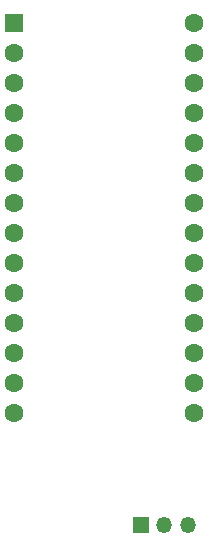
<source format=gbr>
%TF.GenerationSoftware,KiCad,Pcbnew,(6.0.2-0)*%
%TF.CreationDate,2022-03-30T15:17:53-04:00*%
%TF.ProjectId,dream_controller,64726561-6d5f-4636-9f6e-74726f6c6c65,rev?*%
%TF.SameCoordinates,Original*%
%TF.FileFunction,Soldermask,Bot*%
%TF.FilePolarity,Negative*%
%FSLAX46Y46*%
G04 Gerber Fmt 4.6, Leading zero omitted, Abs format (unit mm)*
G04 Created by KiCad (PCBNEW (6.0.2-0)) date 2022-03-30 15:17:53*
%MOMM*%
%LPD*%
G01*
G04 APERTURE LIST*
%ADD10R,1.600000X1.600000*%
%ADD11C,1.600000*%
%ADD12R,1.350000X1.350000*%
%ADD13O,1.350000X1.350000*%
G04 APERTURE END LIST*
D10*
%TO.C,U1*%
X127000000Y-86360000D03*
D11*
X127000000Y-88900000D03*
X127000000Y-91440000D03*
X127000000Y-93980000D03*
X127000000Y-96520000D03*
X127000000Y-99060000D03*
X127000000Y-101600000D03*
X127000000Y-104140000D03*
X127000000Y-106680000D03*
X127000000Y-109220000D03*
X127000000Y-111760000D03*
X127000000Y-114300000D03*
X127000000Y-116840000D03*
X127000000Y-119380000D03*
X142240000Y-119380000D03*
X142240000Y-116840000D03*
X142240000Y-114300000D03*
X142240000Y-111760000D03*
X142240000Y-109220000D03*
X142240000Y-106680000D03*
X142240000Y-104140000D03*
X142240000Y-101600000D03*
X142240000Y-99060000D03*
X142240000Y-96520000D03*
X142240000Y-93980000D03*
X142240000Y-91440000D03*
X142240000Y-88900000D03*
X142240000Y-86360000D03*
%TD*%
D12*
%TO.C,J2*%
X137700000Y-128905000D03*
D13*
X139700000Y-128905000D03*
X141700000Y-128905000D03*
%TD*%
M02*

</source>
